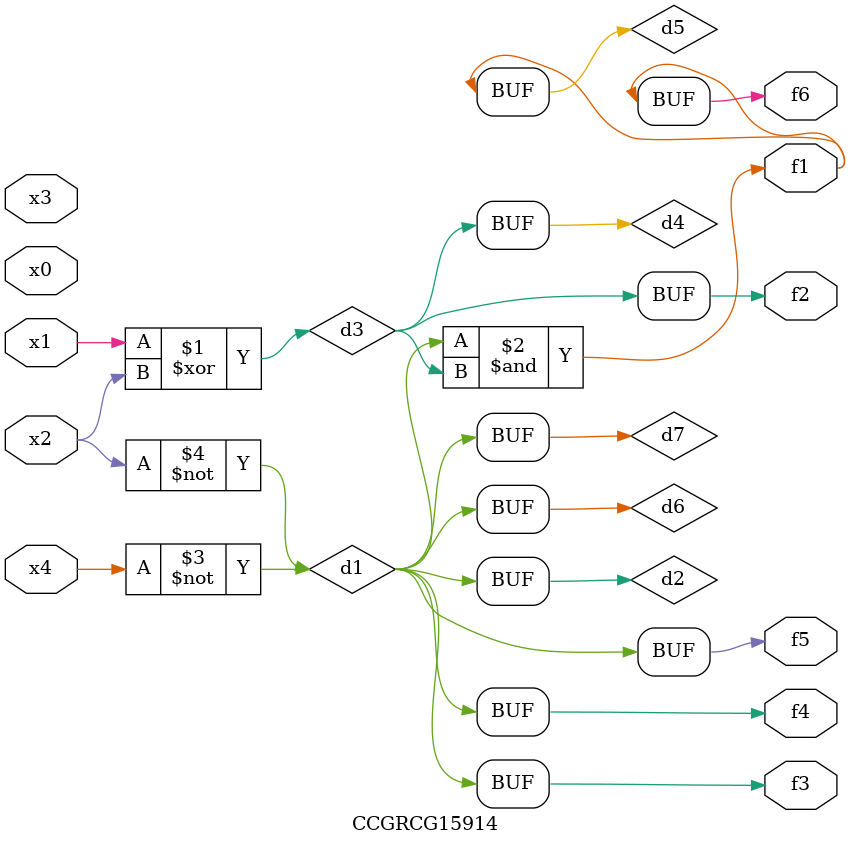
<source format=v>
module CCGRCG15914(
	input x0, x1, x2, x3, x4,
	output f1, f2, f3, f4, f5, f6
);

	wire d1, d2, d3, d4, d5, d6, d7;

	not (d1, x4);
	not (d2, x2);
	xor (d3, x1, x2);
	buf (d4, d3);
	and (d5, d1, d3);
	buf (d6, d1, d2);
	buf (d7, d2);
	assign f1 = d5;
	assign f2 = d4;
	assign f3 = d7;
	assign f4 = d7;
	assign f5 = d7;
	assign f6 = d5;
endmodule

</source>
